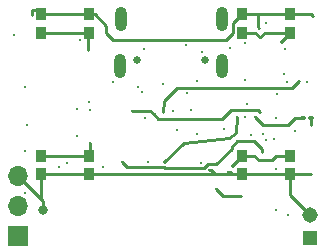
<source format=gbr>
%TF.GenerationSoftware,KiCad,Pcbnew,(6.0.7)*%
%TF.CreationDate,2023-09-19T20:50:44-05:00*%
%TF.ProjectId,CounterProject,436f756e-7465-4725-9072-6f6a6563742e,rev?*%
%TF.SameCoordinates,Original*%
%TF.FileFunction,Copper,L4,Bot*%
%TF.FilePolarity,Positive*%
%FSLAX46Y46*%
G04 Gerber Fmt 4.6, Leading zero omitted, Abs format (unit mm)*
G04 Created by KiCad (PCBNEW (6.0.7)) date 2023-09-19 20:50:44*
%MOMM*%
%LPD*%
G01*
G04 APERTURE LIST*
G04 Aperture macros list*
%AMRoundRect*
0 Rectangle with rounded corners*
0 $1 Rounding radius*
0 $2 $3 $4 $5 $6 $7 $8 $9 X,Y pos of 4 corners*
0 Add a 4 corners polygon primitive as box body*
4,1,4,$2,$3,$4,$5,$6,$7,$8,$9,$2,$3,0*
0 Add four circle primitives for the rounded corners*
1,1,$1+$1,$2,$3*
1,1,$1+$1,$4,$5*
1,1,$1+$1,$6,$7*
1,1,$1+$1,$8,$9*
0 Add four rect primitives between the rounded corners*
20,1,$1+$1,$2,$3,$4,$5,0*
20,1,$1+$1,$4,$5,$6,$7,0*
20,1,$1+$1,$6,$7,$8,$9,0*
20,1,$1+$1,$8,$9,$2,$3,0*%
G04 Aperture macros list end*
%TA.AperFunction,ComponentPad*%
%ADD10R,1.308000X1.308000*%
%TD*%
%TA.AperFunction,ComponentPad*%
%ADD11C,1.308000*%
%TD*%
%TA.AperFunction,ComponentPad*%
%ADD12R,1.700000X1.700000*%
%TD*%
%TA.AperFunction,ComponentPad*%
%ADD13O,1.700000X1.700000*%
%TD*%
%TA.AperFunction,WasherPad*%
%ADD14O,1.000000X2.100000*%
%TD*%
%TA.AperFunction,ComponentPad*%
%ADD15C,0.660400*%
%TD*%
%TA.AperFunction,SMDPad,CuDef*%
%ADD16R,0.889000X0.990600*%
%TD*%
%TA.AperFunction,SMDPad,CuDef*%
%ADD17RoundRect,0.100000X0.130000X0.100000X-0.130000X0.100000X-0.130000X-0.100000X0.130000X-0.100000X0*%
%TD*%
%TA.AperFunction,ViaPad*%
%ADD18C,0.250000*%
%TD*%
%TA.AperFunction,ViaPad*%
%ADD19C,0.800000*%
%TD*%
%TA.AperFunction,Conductor*%
%ADD20C,0.250000*%
%TD*%
G04 APERTURE END LIST*
D10*
%TO.P,BT2,1,+*%
%TO.N,/VBAT*%
X184700000Y-41200000D03*
D11*
%TO.P,BT2,2,-*%
%TO.N,GND*%
X184700000Y-39200000D03*
%TD*%
D12*
%TO.P,J3,1,Pin_1*%
%TO.N,Net-(J3-Pad1)*%
X160000000Y-41000000D03*
D13*
%TO.P,J3,2,Pin_2*%
%TO.N,/VPWR*%
X160000000Y-38460000D03*
%TO.P,J3,3,Pin_3*%
%TO.N,GND*%
X160000000Y-35920000D03*
%TD*%
D14*
%TO.P,J1,*%
%TO.N,*%
X168679998Y-26610800D03*
X168700000Y-22600000D03*
X177300000Y-22600000D03*
X177320002Y-26610800D03*
D15*
%TO.P,J1,17*%
%TO.N,N/C*%
X175889999Y-26110801D03*
%TO.P,J1,18*%
X170110001Y-26110801D03*
%TD*%
D16*
%TO.P,SW1,1,1*%
%TO.N,/SW2_IN*%
X161950002Y-34199999D03*
%TO.P,SW1,2,2*%
X166049998Y-34199999D03*
%TO.P,SW1,3,3*%
%TO.N,GND*%
X161950002Y-35800001D03*
%TO.P,SW1,4,4*%
X166049998Y-35800001D03*
%TD*%
%TO.P,SW3,1,1*%
%TO.N,/SW4_IN*%
X166049998Y-23800001D03*
%TO.P,SW3,2,2*%
X161950002Y-23800001D03*
%TO.P,SW3,3,3*%
%TO.N,GND*%
X166049998Y-22199999D03*
%TO.P,SW3,4,4*%
X161950002Y-22199999D03*
%TD*%
%TO.P,SW4,1,1*%
%TO.N,/SW3_IN*%
X183049998Y-23800001D03*
%TO.P,SW4,2,2*%
X178950002Y-23800001D03*
%TO.P,SW4,3,3*%
%TO.N,GND*%
X183049998Y-22199999D03*
%TO.P,SW4,4,4*%
X178950002Y-22199999D03*
%TD*%
%TO.P,SW2,1,1*%
%TO.N,/SW1_IN*%
X178950002Y-34199999D03*
%TO.P,SW2,2,2*%
X183049998Y-34199999D03*
%TO.P,SW2,3,3*%
%TO.N,GND*%
X178950002Y-35800001D03*
%TO.P,SW2,4,4*%
X183049998Y-35800001D03*
%TD*%
D17*
%TO.P,J2,1,Pin_1*%
%TO.N,GND*%
X184820000Y-31000000D03*
%TO.P,J2,2,Pin_2*%
%TO.N,/DISP*%
X184180000Y-31000000D03*
%TD*%
D18*
%TO.N,/VBAT*%
X179200000Y-27800000D03*
X179200000Y-24650500D03*
X182800000Y-28000000D03*
X182900000Y-39200000D03*
X166000000Y-29700000D03*
X179400000Y-29850000D03*
%TO.N,GND*%
X174700001Y-35800001D03*
X174600000Y-24400000D03*
X170200000Y-28400000D03*
X184800000Y-35800000D03*
X161200000Y-22300000D03*
X173100000Y-30424500D03*
X185000000Y-22400000D03*
D19*
X162124500Y-38800000D03*
D18*
X180400000Y-23400000D03*
X176200539Y-35449500D03*
X184800000Y-31600000D03*
X171300000Y-24400000D03*
X177775255Y-35554815D03*
%TO.N,/SW4_IN*%
X183500000Y-32100000D03*
X165949500Y-25300000D03*
X165024093Y-32559184D03*
%TO.N,/SDA*%
X184500000Y-28000000D03*
X172300000Y-28100000D03*
%TO.N,/SCL*%
X172300000Y-30500000D03*
X183800000Y-27900000D03*
%TO.N,/I2C_PULLUP*%
X180549500Y-30500195D03*
X169700000Y-30400000D03*
%TO.N,/UPDI*%
X181900000Y-31000000D03*
X160600000Y-28400000D03*
%TO.N,/SW1_IN*%
X178114500Y-35100000D03*
%TO.N,/SW2_IN*%
X166100000Y-33100000D03*
X181000000Y-32900000D03*
%TO.N,/VPWR*%
X160600000Y-37400000D03*
X175500000Y-34800000D03*
X177500000Y-31950500D03*
X180800000Y-32400000D03*
X181000000Y-23000000D03*
X167200000Y-35200000D03*
%TO.N,/SW3_IN*%
X182300000Y-24600000D03*
X181700000Y-32800000D03*
%TO.N,Net-(C3-Pad1)*%
X170500000Y-28800000D03*
X168100000Y-28000000D03*
X175200000Y-27900000D03*
X182500000Y-27300000D03*
X175600000Y-25400000D03*
X182600000Y-25200000D03*
X178000000Y-25100000D03*
%TO.N,/DISP_RESET*%
X172400000Y-34750500D03*
X178600000Y-30900000D03*
%TO.N,Net-(C5-Pad1)*%
X179750000Y-32450000D03*
X175200000Y-32400000D03*
X181900000Y-38800000D03*
X174642390Y-30380379D03*
%TO.N,Net-(C5-Pad2)*%
X174300000Y-28930000D03*
X181900000Y-35350501D03*
X181924500Y-29000000D03*
%TO.N,Net-(C6-Pad1)*%
X179200000Y-30900000D03*
X171000000Y-34750500D03*
X170775500Y-31000000D03*
%TO.N,Net-(C6-Pad2)*%
X180675000Y-33925000D03*
X168800000Y-34750500D03*
%TO.N,Net-(C9-Pad2)*%
X164200000Y-34824500D03*
X160600000Y-33800000D03*
%TO.N,Net-(C10-Pad2)*%
X166100000Y-30300000D03*
X165050500Y-30281466D03*
X163500000Y-35200000D03*
%TO.N,/DISP*%
X173500000Y-32024500D03*
X176800000Y-37000000D03*
X178900000Y-37600000D03*
X160800000Y-31600000D03*
X180100000Y-30900000D03*
%TO.N,Net-(J1-PadA5)*%
X174200000Y-24849500D03*
X159700000Y-24000000D03*
%TO.N,Net-(J1-PadB5)*%
X165298524Y-24400506D03*
X170700000Y-25200000D03*
%TD*%
D20*
%TO.N,GND*%
X180299999Y-22199999D02*
X180299999Y-23299999D01*
X166049998Y-35800001D02*
X161950002Y-35800001D01*
X174600000Y-24400000D02*
X177600000Y-24400000D01*
X162124500Y-38044500D02*
X161990000Y-37910000D01*
X177954815Y-35554815D02*
X178200001Y-35800001D01*
X183049998Y-35800001D02*
X178950002Y-35800001D01*
X161650003Y-21900000D02*
X161950002Y-22199999D01*
X176699999Y-35800001D02*
X178950002Y-35800001D01*
X184820000Y-31580000D02*
X184800000Y-31600000D01*
X184820000Y-31000000D02*
X184820000Y-31580000D01*
X184799999Y-22199999D02*
X185000000Y-22400000D01*
X161990000Y-37910000D02*
X160000000Y-35920000D01*
X166049998Y-22199999D02*
X161950002Y-22199999D01*
X161950002Y-37870002D02*
X161990000Y-37910000D01*
X183049998Y-35800001D02*
X183049998Y-37549998D01*
X177775255Y-35554815D02*
X177954815Y-35554815D01*
X174700001Y-35800001D02*
X176699999Y-35800001D01*
X167500000Y-23800000D02*
X168100000Y-24400000D01*
X183049998Y-22199999D02*
X184799999Y-22199999D01*
X180299999Y-22199999D02*
X178950002Y-22199999D01*
X171300000Y-24400000D02*
X174600000Y-24400000D01*
X183049998Y-37549998D02*
X184700000Y-39200000D01*
X168100000Y-24400000D02*
X171300000Y-24400000D01*
X162124500Y-38800000D02*
X162124500Y-38044500D01*
X167500000Y-23200000D02*
X167500000Y-23800000D01*
X183049998Y-22199999D02*
X180299999Y-22199999D01*
X166049998Y-22199999D02*
X166499999Y-22199999D01*
X178180502Y-23819498D02*
X178180502Y-22969499D01*
X177600000Y-24400000D02*
X178180502Y-23819498D01*
X161200000Y-22300000D02*
X161200000Y-21900000D01*
X176349498Y-35449500D02*
X176699999Y-35800001D01*
X180299999Y-23299999D02*
X180400000Y-23400000D01*
X166499999Y-22199999D02*
X167500000Y-23200000D01*
X166049998Y-35800001D02*
X174700001Y-35800001D01*
X161200000Y-21900000D02*
X161650003Y-21900000D01*
X176200539Y-35449500D02*
X176349498Y-35449500D01*
X161950002Y-35800001D02*
X161950002Y-37870002D01*
X184800000Y-35800000D02*
X183049998Y-35800001D01*
X178180502Y-22969499D02*
X178950002Y-22199999D01*
%TO.N,/SW4_IN*%
X165949500Y-23900499D02*
X166049998Y-23800001D01*
X165949500Y-25300000D02*
X165949500Y-23900499D01*
X161950002Y-23800001D02*
X166049998Y-23800001D01*
%TO.N,/SCL*%
X175580500Y-28480500D02*
X175600000Y-28500000D01*
X172400000Y-29600000D02*
X173519500Y-28480500D01*
X183200000Y-28500000D02*
X183800000Y-27900000D01*
X173519500Y-28480500D02*
X175580500Y-28480500D01*
X172300000Y-30500000D02*
X172400000Y-29600000D01*
X175600000Y-28500000D02*
X183200000Y-28500000D01*
%TO.N,/I2C_PULLUP*%
X177300000Y-31100000D02*
X177900000Y-30500000D01*
X179780000Y-30320000D02*
X179800000Y-30300000D01*
X177900000Y-30500000D02*
X178080000Y-30320000D01*
X180349305Y-30300000D02*
X180549500Y-30500195D01*
X173800000Y-31100000D02*
X177300000Y-31100000D01*
X171900000Y-31100000D02*
X173800000Y-31100000D01*
X169700000Y-30400000D02*
X171200000Y-30400000D01*
X178080000Y-30320000D02*
X179780000Y-30320000D01*
X171200000Y-30400000D02*
X171500000Y-30700000D01*
X171500000Y-30700000D02*
X171900000Y-31100000D01*
X179800000Y-30300000D02*
X180349305Y-30300000D01*
%TO.N,/SW1_IN*%
X178950002Y-34264498D02*
X178114500Y-35100000D01*
X181500000Y-34600000D02*
X181900001Y-34199999D01*
X181900001Y-34199999D02*
X183049998Y-34199999D01*
X178950002Y-34199999D02*
X178950002Y-34264498D01*
X180400000Y-34600000D02*
X181500000Y-34600000D01*
X178950002Y-34199999D02*
X179999999Y-34199999D01*
X179999999Y-34199999D02*
X180400000Y-34600000D01*
%TO.N,/SW2_IN*%
X166100000Y-34149997D02*
X166049998Y-34199999D01*
X166100000Y-33100000D02*
X166100000Y-34149997D01*
X166049998Y-34199999D02*
X161950002Y-34199999D01*
%TO.N,/SW3_IN*%
X182300000Y-24549999D02*
X183049998Y-23800001D01*
X180100001Y-23800001D02*
X180500000Y-24200000D01*
X182300000Y-24600000D02*
X182300000Y-24549999D01*
X178950002Y-23800001D02*
X180100001Y-23800001D01*
X180500000Y-24200000D02*
X180899999Y-23800001D01*
X180899999Y-23800001D02*
X183049998Y-23800001D01*
%TO.N,/DISP_RESET*%
X178500000Y-32300000D02*
X177900000Y-32700000D01*
X178600000Y-30900000D02*
X178500000Y-32300000D01*
X177900000Y-32700000D02*
X174050500Y-33100000D01*
X174050500Y-33100000D02*
X172400000Y-34750500D01*
%TO.N,Net-(C6-Pad2)*%
X178100000Y-33600000D02*
X176800000Y-34900000D01*
X172470000Y-35270000D02*
X172400000Y-35200000D01*
X178100000Y-33460201D02*
X178100000Y-33600000D01*
X172400000Y-35200000D02*
X169249500Y-35200000D01*
X176100000Y-34900000D02*
X175730000Y-35270000D01*
X169249500Y-35200000D02*
X168800000Y-34750500D01*
X175730000Y-35270000D02*
X172470000Y-35270000D01*
X178560201Y-33000000D02*
X178100000Y-33460201D01*
X176800000Y-34900000D02*
X176100000Y-34900000D01*
X180675000Y-33925000D02*
X180675000Y-33675000D01*
X180000000Y-33000000D02*
X178560201Y-33000000D01*
X180675000Y-33675000D02*
X180000000Y-33000000D01*
%TO.N,/DISP*%
X184180000Y-31000000D02*
X183500000Y-31000000D01*
X177400000Y-37600000D02*
X176800000Y-37000000D01*
X178900000Y-37600000D02*
X177400000Y-37600000D01*
X182900000Y-31600000D02*
X180800000Y-31600000D01*
X180800000Y-31600000D02*
X180100000Y-30900000D01*
X183500000Y-31000000D02*
X182900000Y-31600000D01*
%TD*%
M02*

</source>
